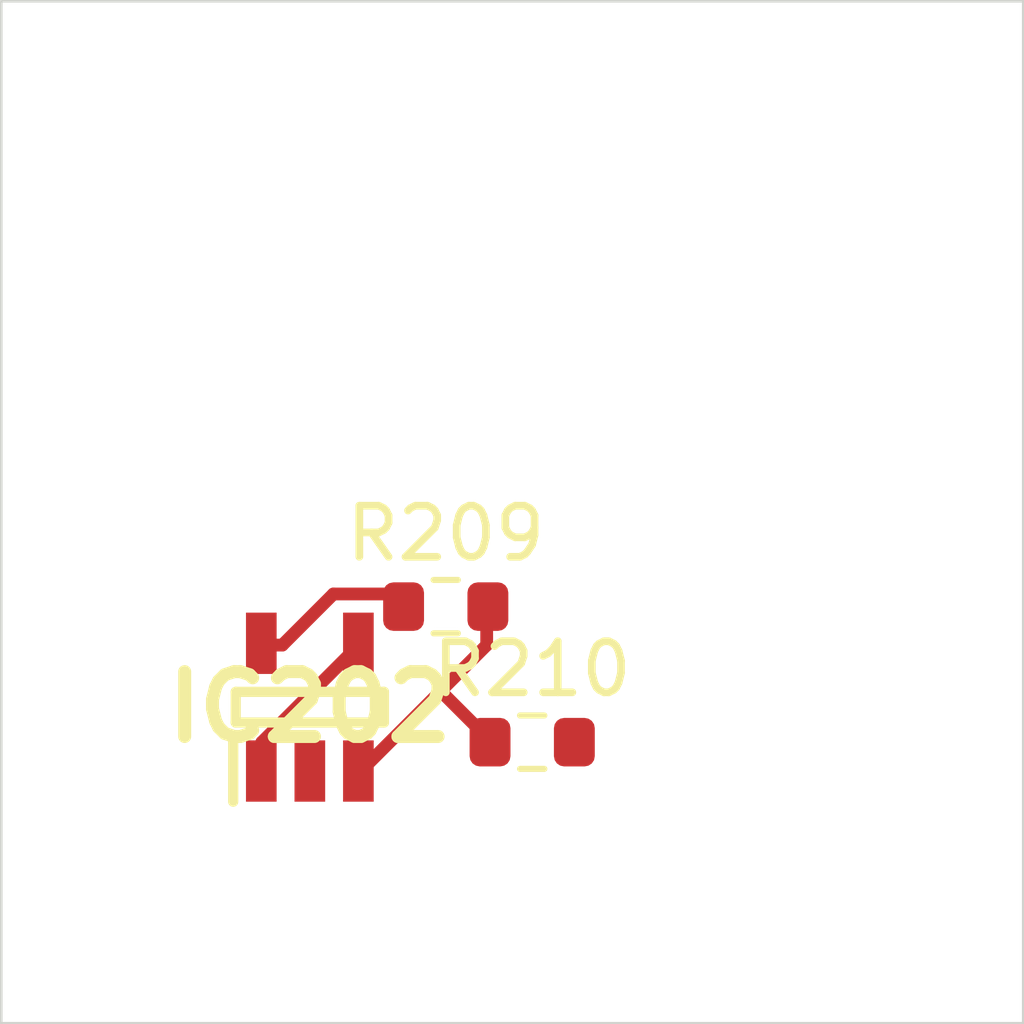
<source format=kicad_pcb>
 ( kicad_pcb  ( version 20171130 )
 ( host pcbnew 5.1.12-84ad8e8a86~92~ubuntu18.04.1 )
 ( general  ( thickness 1.6 )
 ( drawings 4 )
 ( tracks 0 )
 ( zones 0 )
 ( modules 3 )
 ( nets 5 )
)
 ( page A4 )
 ( layers  ( 0 F.Cu signal )
 ( 31 B.Cu signal )
 ( 32 B.Adhes user )
 ( 33 F.Adhes user )
 ( 34 B.Paste user )
 ( 35 F.Paste user )
 ( 36 B.SilkS user )
 ( 37 F.SilkS user )
 ( 38 B.Mask user )
 ( 39 F.Mask user )
 ( 40 Dwgs.User user )
 ( 41 Cmts.User user )
 ( 42 Eco1.User user )
 ( 43 Eco2.User user )
 ( 44 Edge.Cuts user )
 ( 45 Margin user )
 ( 46 B.CrtYd user )
 ( 47 F.CrtYd user )
 ( 48 B.Fab user )
 ( 49 F.Fab user )
)
 ( setup  ( last_trace_width 0.25 )
 ( trace_clearance 0.2 )
 ( zone_clearance 0.508 )
 ( zone_45_only no )
 ( trace_min 0.2 )
 ( via_size 0.8 )
 ( via_drill 0.4 )
 ( via_min_size 0.4 )
 ( via_min_drill 0.3 )
 ( uvia_size 0.3 )
 ( uvia_drill 0.1 )
 ( uvias_allowed no )
 ( uvia_min_size 0.2 )
 ( uvia_min_drill 0.1 )
 ( edge_width 0.05 )
 ( segment_width 0.2 )
 ( pcb_text_width 0.3 )
 ( pcb_text_size 1.5 1.5 )
 ( mod_edge_width 0.12 )
 ( mod_text_size 1 1 )
 ( mod_text_width 0.15 )
 ( pad_size 1.524 1.524 )
 ( pad_drill 0.762 )
 ( pad_to_mask_clearance 0 )
 ( aux_axis_origin 0 0 )
 ( visible_elements FFFFFF7F )
 ( pcbplotparams  ( layerselection 0x010fc_ffffffff )
 ( usegerberextensions false )
 ( usegerberattributes true )
 ( usegerberadvancedattributes true )
 ( creategerberjobfile true )
 ( excludeedgelayer true )
 ( linewidth 0.100000 )
 ( plotframeref false )
 ( viasonmask false )
 ( mode 1 )
 ( useauxorigin false )
 ( hpglpennumber 1 )
 ( hpglpenspeed 20 )
 ( hpglpendiameter 15.000000 )
 ( psnegative false )
 ( psa4output false )
 ( plotreference true )
 ( plotvalue true )
 ( plotinvisibletext false )
 ( padsonsilk false )
 ( subtractmaskfromsilk false )
 ( outputformat 1 )
 ( mirror false )
 ( drillshape 1 )
 ( scaleselection 1 )
 ( outputdirectory "" )
)
)
 ( net 0 "" )
 ( net 1 GND )
 ( net 2 VDDA )
 ( net 3 /Sheet6235D886/vp )
 ( net 4 "Net-(IC202-Pad3)" )
 ( net_class Default "This is the default net class."  ( clearance 0.2 )
 ( trace_width 0.25 )
 ( via_dia 0.8 )
 ( via_drill 0.4 )
 ( uvia_dia 0.3 )
 ( uvia_drill 0.1 )
 ( add_net /Sheet6235D886/vp )
 ( add_net GND )
 ( add_net "Net-(IC202-Pad3)" )
 ( add_net VDDA )
)
 ( module SOT95P280X145-5N locked  ( layer F.Cu )
 ( tedit 62336ED7 )
 ( tstamp 623423ED )
 ( at 86.038900 113.815000 90.000000 )
 ( descr DBV0005A )
 ( tags "Integrated Circuit" )
 ( path /6235D887/6266C08E )
 ( attr smd )
 ( fp_text reference IC202  ( at 0 0 )
 ( layer F.SilkS )
 ( effects  ( font  ( size 1.27 1.27 )
 ( thickness 0.254 )
)
)
)
 ( fp_text value TL071HIDBVR  ( at 0 0 )
 ( layer F.SilkS )
hide  ( effects  ( font  ( size 1.27 1.27 )
 ( thickness 0.254 )
)
)
)
 ( fp_line  ( start -1.85 -1.5 )
 ( end -0.65 -1.5 )
 ( layer F.SilkS )
 ( width 0.2 )
)
 ( fp_line  ( start -0.3 1.45 )
 ( end -0.3 -1.45 )
 ( layer F.SilkS )
 ( width 0.2 )
)
 ( fp_line  ( start 0.3 1.45 )
 ( end -0.3 1.45 )
 ( layer F.SilkS )
 ( width 0.2 )
)
 ( fp_line  ( start 0.3 -1.45 )
 ( end 0.3 1.45 )
 ( layer F.SilkS )
 ( width 0.2 )
)
 ( fp_line  ( start -0.3 -1.45 )
 ( end 0.3 -1.45 )
 ( layer F.SilkS )
 ( width 0.2 )
)
 ( fp_line  ( start -0.8 -0.5 )
 ( end 0.15 -1.45 )
 ( layer Dwgs.User )
 ( width 0.1 )
)
 ( fp_line  ( start -0.8 1.45 )
 ( end -0.8 -1.45 )
 ( layer Dwgs.User )
 ( width 0.1 )
)
 ( fp_line  ( start 0.8 1.45 )
 ( end -0.8 1.45 )
 ( layer Dwgs.User )
 ( width 0.1 )
)
 ( fp_line  ( start 0.8 -1.45 )
 ( end 0.8 1.45 )
 ( layer Dwgs.User )
 ( width 0.1 )
)
 ( fp_line  ( start -0.8 -1.45 )
 ( end 0.8 -1.45 )
 ( layer Dwgs.User )
 ( width 0.1 )
)
 ( fp_line  ( start -2.1 1.775 )
 ( end -2.1 -1.775 )
 ( layer Dwgs.User )
 ( width 0.05 )
)
 ( fp_line  ( start 2.1 1.775 )
 ( end -2.1 1.775 )
 ( layer Dwgs.User )
 ( width 0.05 )
)
 ( fp_line  ( start 2.1 -1.775 )
 ( end 2.1 1.775 )
 ( layer Dwgs.User )
 ( width 0.05 )
)
 ( fp_line  ( start -2.1 -1.775 )
 ( end 2.1 -1.775 )
 ( layer Dwgs.User )
 ( width 0.05 )
)
 ( pad 1 smd rect  ( at -1.25 -0.95 180.000000 )
 ( size 0.6 1.2 )
 ( layers F.Cu F.Mask F.Paste )
 ( net 3 /Sheet6235D886/vp )
)
 ( pad 2 smd rect  ( at -1.25 0 180.000000 )
 ( size 0.6 1.2 )
 ( layers F.Cu F.Mask F.Paste )
 ( net 1 GND )
)
 ( pad 3 smd rect  ( at -1.25 0.95 180.000000 )
 ( size 0.6 1.2 )
 ( layers F.Cu F.Mask F.Paste )
 ( net 4 "Net-(IC202-Pad3)" )
)
 ( pad 4 smd rect  ( at 1.25 0.95 180.000000 )
 ( size 0.6 1.2 )
 ( layers F.Cu F.Mask F.Paste )
 ( net 3 /Sheet6235D886/vp )
)
 ( pad 5 smd rect  ( at 1.25 -0.95 180.000000 )
 ( size 0.6 1.2 )
 ( layers F.Cu F.Mask F.Paste )
 ( net 2 VDDA )
)
)
 ( module Resistor_SMD:R_0603_1608Metric  ( layer F.Cu )
 ( tedit 5F68FEEE )
 ( tstamp 62342595 )
 ( at 88.698400 111.847000 )
 ( descr "Resistor SMD 0603 (1608 Metric), square (rectangular) end terminal, IPC_7351 nominal, (Body size source: IPC-SM-782 page 72, https://www.pcb-3d.com/wordpress/wp-content/uploads/ipc-sm-782a_amendment_1_and_2.pdf), generated with kicad-footprint-generator" )
 ( tags resistor )
 ( path /6235D887/623CDBD9 )
 ( attr smd )
 ( fp_text reference R209  ( at 0 -1.43 )
 ( layer F.SilkS )
 ( effects  ( font  ( size 1 1 )
 ( thickness 0.15 )
)
)
)
 ( fp_text value 100k  ( at 0 1.43 )
 ( layer F.Fab )
 ( effects  ( font  ( size 1 1 )
 ( thickness 0.15 )
)
)
)
 ( fp_line  ( start -0.8 0.4125 )
 ( end -0.8 -0.4125 )
 ( layer F.Fab )
 ( width 0.1 )
)
 ( fp_line  ( start -0.8 -0.4125 )
 ( end 0.8 -0.4125 )
 ( layer F.Fab )
 ( width 0.1 )
)
 ( fp_line  ( start 0.8 -0.4125 )
 ( end 0.8 0.4125 )
 ( layer F.Fab )
 ( width 0.1 )
)
 ( fp_line  ( start 0.8 0.4125 )
 ( end -0.8 0.4125 )
 ( layer F.Fab )
 ( width 0.1 )
)
 ( fp_line  ( start -0.237258 -0.5225 )
 ( end 0.237258 -0.5225 )
 ( layer F.SilkS )
 ( width 0.12 )
)
 ( fp_line  ( start -0.237258 0.5225 )
 ( end 0.237258 0.5225 )
 ( layer F.SilkS )
 ( width 0.12 )
)
 ( fp_line  ( start -1.48 0.73 )
 ( end -1.48 -0.73 )
 ( layer F.CrtYd )
 ( width 0.05 )
)
 ( fp_line  ( start -1.48 -0.73 )
 ( end 1.48 -0.73 )
 ( layer F.CrtYd )
 ( width 0.05 )
)
 ( fp_line  ( start 1.48 -0.73 )
 ( end 1.48 0.73 )
 ( layer F.CrtYd )
 ( width 0.05 )
)
 ( fp_line  ( start 1.48 0.73 )
 ( end -1.48 0.73 )
 ( layer F.CrtYd )
 ( width 0.05 )
)
 ( fp_text user %R  ( at 0 0 )
 ( layer F.Fab )
 ( effects  ( font  ( size 0.4 0.4 )
 ( thickness 0.06 )
)
)
)
 ( pad 1 smd roundrect  ( at -0.825 0 )
 ( size 0.8 0.95 )
 ( layers F.Cu F.Mask F.Paste )
 ( roundrect_rratio 0.25 )
 ( net 2 VDDA )
)
 ( pad 2 smd roundrect  ( at 0.825 0 )
 ( size 0.8 0.95 )
 ( layers F.Cu F.Mask F.Paste )
 ( roundrect_rratio 0.25 )
 ( net 4 "Net-(IC202-Pad3)" )
)
 ( model ${KISYS3DMOD}/Resistor_SMD.3dshapes/R_0603_1608Metric.wrl  ( at  ( xyz 0 0 0 )
)
 ( scale  ( xyz 1 1 1 )
)
 ( rotate  ( xyz 0 0 0 )
)
)
)
 ( module Resistor_SMD:R_0603_1608Metric  ( layer F.Cu )
 ( tedit 5F68FEEE )
 ( tstamp 623425A6 )
 ( at 90.390600 114.500000 )
 ( descr "Resistor SMD 0603 (1608 Metric), square (rectangular) end terminal, IPC_7351 nominal, (Body size source: IPC-SM-782 page 72, https://www.pcb-3d.com/wordpress/wp-content/uploads/ipc-sm-782a_amendment_1_and_2.pdf), generated with kicad-footprint-generator" )
 ( tags resistor )
 ( path /6235D887/623CDBDF )
 ( attr smd )
 ( fp_text reference R210  ( at 0 -1.43 )
 ( layer F.SilkS )
 ( effects  ( font  ( size 1 1 )
 ( thickness 0.15 )
)
)
)
 ( fp_text value 100k  ( at 0 1.43 )
 ( layer F.Fab )
 ( effects  ( font  ( size 1 1 )
 ( thickness 0.15 )
)
)
)
 ( fp_line  ( start 1.48 0.73 )
 ( end -1.48 0.73 )
 ( layer F.CrtYd )
 ( width 0.05 )
)
 ( fp_line  ( start 1.48 -0.73 )
 ( end 1.48 0.73 )
 ( layer F.CrtYd )
 ( width 0.05 )
)
 ( fp_line  ( start -1.48 -0.73 )
 ( end 1.48 -0.73 )
 ( layer F.CrtYd )
 ( width 0.05 )
)
 ( fp_line  ( start -1.48 0.73 )
 ( end -1.48 -0.73 )
 ( layer F.CrtYd )
 ( width 0.05 )
)
 ( fp_line  ( start -0.237258 0.5225 )
 ( end 0.237258 0.5225 )
 ( layer F.SilkS )
 ( width 0.12 )
)
 ( fp_line  ( start -0.237258 -0.5225 )
 ( end 0.237258 -0.5225 )
 ( layer F.SilkS )
 ( width 0.12 )
)
 ( fp_line  ( start 0.8 0.4125 )
 ( end -0.8 0.4125 )
 ( layer F.Fab )
 ( width 0.1 )
)
 ( fp_line  ( start 0.8 -0.4125 )
 ( end 0.8 0.4125 )
 ( layer F.Fab )
 ( width 0.1 )
)
 ( fp_line  ( start -0.8 -0.4125 )
 ( end 0.8 -0.4125 )
 ( layer F.Fab )
 ( width 0.1 )
)
 ( fp_line  ( start -0.8 0.4125 )
 ( end -0.8 -0.4125 )
 ( layer F.Fab )
 ( width 0.1 )
)
 ( fp_text user %R  ( at 0 0 )
 ( layer F.Fab )
 ( effects  ( font  ( size 0.4 0.4 )
 ( thickness 0.06 )
)
)
)
 ( pad 2 smd roundrect  ( at 0.825 0 )
 ( size 0.8 0.95 )
 ( layers F.Cu F.Mask F.Paste )
 ( roundrect_rratio 0.25 )
 ( net 1 GND )
)
 ( pad 1 smd roundrect  ( at -0.825 0 )
 ( size 0.8 0.95 )
 ( layers F.Cu F.Mask F.Paste )
 ( roundrect_rratio 0.25 )
 ( net 4 "Net-(IC202-Pad3)" )
)
 ( model ${KISYS3DMOD}/Resistor_SMD.3dshapes/R_0603_1608Metric.wrl  ( at  ( xyz 0 0 0 )
)
 ( scale  ( xyz 1 1 1 )
)
 ( rotate  ( xyz 0 0 0 )
)
)
)
 ( gr_line  ( start 100 100 )
 ( end 100 120 )
 ( layer Edge.Cuts )
 ( width 0.05 )
 ( tstamp 62E770C4 )
)
 ( gr_line  ( start 80 120 )
 ( end 100 120 )
 ( layer Edge.Cuts )
 ( width 0.05 )
 ( tstamp 62E770C0 )
)
 ( gr_line  ( start 80 100 )
 ( end 100 100 )
 ( layer Edge.Cuts )
 ( width 0.05 )
 ( tstamp 6234110C )
)
 ( gr_line  ( start 80 100 )
 ( end 80 120 )
 ( layer Edge.Cuts )
 ( width 0.05 )
)
 ( segment  ( start 87.900001 111.800002 )
 ( end 87.700001 111.600002 )
 ( width 0.250000 )
 ( layer F.Cu )
 ( net 2 )
)
 ( segment  ( start 87.700001 111.600002 )
 ( end 86.500001 111.600002 )
 ( width 0.250000 )
 ( layer F.Cu )
 ( net 2 )
)
 ( segment  ( start 86.500001 111.600002 )
 ( end 85.500001 112.600002 )
 ( width 0.250000 )
 ( layer F.Cu )
 ( net 2 )
)
 ( segment  ( start 85.500001 112.600002 )
 ( end 85.100001 112.600002 )
 ( width 0.250000 )
 ( layer F.Cu )
 ( net 2 )
)
 ( segment  ( start 87.000001 112.600002 )
 ( end 85.100001 114.500002 )
 ( width 0.250000 )
 ( layer F.Cu )
 ( net 3 )
)
 ( segment  ( start 85.100001 114.500002 )
 ( end 85.100001 115.100002 )
 ( width 0.250000 )
 ( layer F.Cu )
 ( net 3 )
)
 ( segment  ( start 89.500001 111.800002 )
 ( end 89.500001 112.600002 )
 ( width 0.250000 )
 ( layer F.Cu )
 ( net 4 )
)
 ( segment  ( start 89.500001 112.600002 )
 ( end 87.000001 115.100002 )
 ( width 0.250000 )
 ( layer F.Cu )
 ( net 4 )
)
 ( segment  ( start 89.600001 114.500002 )
 ( end 88.600001 113.500002 )
 ( width 0.250000 )
 ( layer F.Cu )
 ( net 4 )
)
)

</source>
